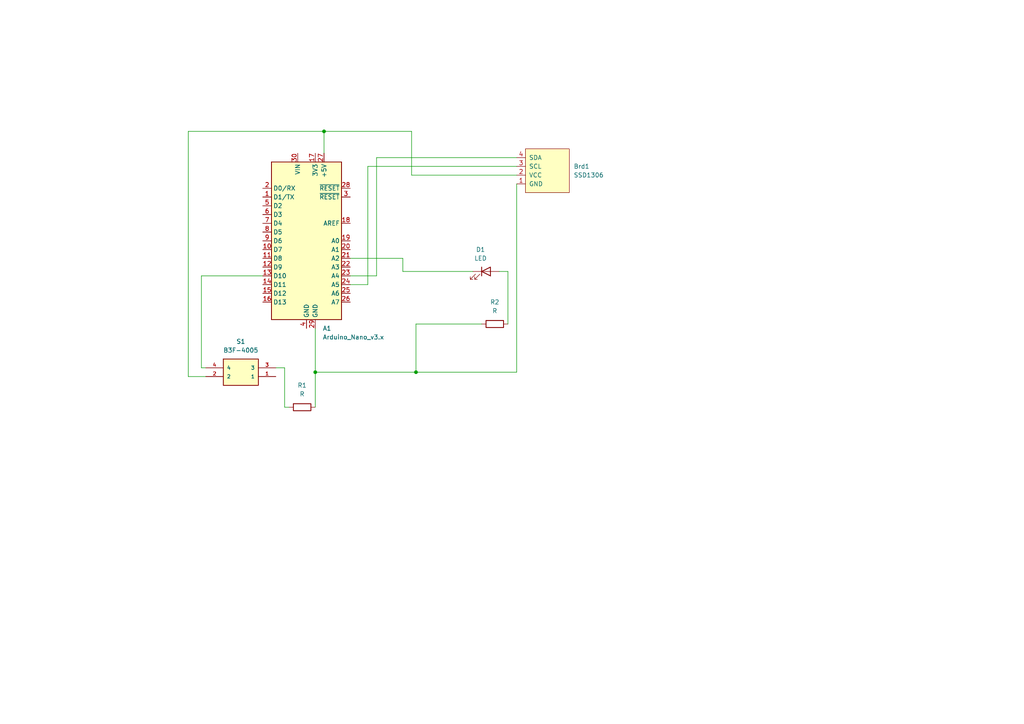
<source format=kicad_sch>
(kicad_sch (version 20250114) (generator "eeschema") (generator_version "9.0")
  (paper "A4")
  (lib_symbols
    (symbol "B3F-4005:B3F-4005" (pin_names (offset 1.016))
      (property "Reference" "S" (at 16.51 7.62 0))
      (property "Value" "B3F-4005" (at 16.51 5.08 0))
      (symbol "B3F-4005_0_0"
        (rectangle (start 5.08 -5.08) (end 15.24 2.54) (stroke (width 0.254)) (fill (type background)))
        (pin bidirectional line (at 0 0 0) (length 5.08) (name "4") (number "4"))
        (pin bidirectional line (at 0 -2.54 0) (length 5.08) (name "2") (number "2"))
        (pin bidirectional line (at 20.32 0 180) (length 5.08) (name "3") (number "3"))
        (pin bidirectional line (at 20.32 -2.54 180) (length 5.08) (name "1") (number "1"))
      )
    )
    (symbol "Device:LED" (pin_numbers (hide yes)) (pin_names (offset 1.016) (hide yes))
      (property "Reference" "D" (at 0 2.54 0))
      (property "Value" "LED" (at 0 -2.54 0))
      (symbol "LED_0_1"
        (polyline (pts (xy -3.048 -0.762) (xy -4.572 -2.286) (xy -3.81 -2.286) (xy -4.572 -2.286) (xy -4.572 -1.524)))
        (polyline (pts (xy -1.778 -0.762) (xy -3.302 -2.286) (xy -2.54 -2.286) (xy -3.302 -2.286) (xy -3.302 -1.524)))
        (polyline (pts (xy -1.27 0) (xy 1.27 0)))
        (polyline (pts (xy -1.27 -1.27) (xy -1.27 1.27)) (stroke (width 0.254)))
        (polyline (pts (xy 1.27 -1.27) (xy 1.27 1.27) (xy -1.27 0) (xy 1.27 -1.27)) (stroke (width 0.254)))
      )
      (symbol "LED_1_1"
        (pin passive line (at -3.81 0 0) (length 2.54) (name "K") (number "1"))
        (pin passive line (at 3.81 0 180) (length 2.54) (name "A") (number "2"))
      )
    )
    (symbol "Device:R" (pin_numbers (hide yes)) (pin_names (offset 0))
      (property "Reference" "R" (at 2.032 0 90))
      (property "Value" "R" (at 0 0 90))
      (symbol "R_0_1"
        (rectangle (start -1.016 -2.54) (end 1.016 2.54) (stroke (width 0.254)))
      )
      (symbol "R_1_1"
        (pin passive line (at 0 3.81 270) (length 1.27) (name "~") (number "1"))
        (pin passive line (at 0 -3.81 90) (length 1.27) (name "~") (number "2"))
      )
    )
    (symbol "MCU_Module:Arduino_Nano_v3.x"
      (property "Reference" "A" (at -10.16 23.495 0))
      (property "Value" "Arduino_Nano_v3.x" (at 5.08 -24.13 0))
      (symbol "Arduino_Nano_v3.x_0_1"
        (rectangle (start -10.16 22.86) (end 10.16 -22.86) (stroke (width 0.254)) (fill (type background)))
      )
      (symbol "Arduino_Nano_v3.x_1_1"
        (pin bidirectional line (at -12.7 15.24 0) (length 2.54) (name "D0/RX") (number "2"))
        (pin bidirectional line (at -12.7 12.7 0) (length 2.54) (name "D1/TX") (number "1"))
        (pin bidirectional line (at -12.7 10.16 0) (length 2.54) (name "D2") (number "5"))
        (pin bidirectional line (at -12.7 7.62 0) (length 2.54) (name "D3") (number "6"))
        (pin bidirectional line (at -12.7 5.08 0) (length 2.54) (name "D4") (number "7"))
        (pin bidirectional line (at -12.7 2.54 0) (length 2.54) (name "D5") (number "8"))
        (pin bidirectional line (at -12.7 0 0) (length 2.54) (name "D6") (number "9"))
        (pin bidirectional line (at -12.7 -2.54 0) (length 2.54) (name "D7") (number "10"))
        (pin bidirectional line (at -12.7 -5.08 0) (length 2.54) (name "D8") (number "11"))
        (pin bidirectional line (at -12.7 -7.62 0) (length 2.54) (name "D9") (number "12"))
        (pin bidirectional line (at -12.7 -10.16 0) (length 2.54) (name "D10") (number "13"))
        (pin bidirectional line (at -12.7 -12.7 0) (length 2.54) (name "D11") (number "14"))
        (pin bidirectional line (at -12.7 -15.24 0) (length 2.54) (name "D12") (number "15"))
        (pin bidirectional line (at -12.7 -17.78 0) (length 2.54) (name "D13") (number "16"))
        (pin power_in line (at -2.54 25.4 270) (length 2.54) (name "VIN") (number "30"))
        (pin power_in line (at 0 -25.4 90) (length 2.54) (name "GND") (number "4"))
        (pin power_out line (at 2.54 25.4 270) (length 2.54) (name "3V3") (number "17"))
        (pin power_in line (at 2.54 -25.4 90) (length 2.54) (name "GND") (number "29"))
        (pin power_out line (at 5.08 25.4 270) (length 2.54) (name "+5V") (number "27"))
        (pin input line (at 12.7 15.24 180) (length 2.54) (name "~{RESET}") (number "28"))
        (pin input line (at 12.7 12.7 180) (length 2.54) (name "~{RESET}") (number "3"))
        (pin input line (at 12.7 5.08 180) (length 2.54) (name "AREF") (number "18"))
        (pin bidirectional line (at 12.7 0 180) (length 2.54) (name "A0") (number "19"))
        (pin bidirectional line (at 12.7 -2.54 180) (length 2.54) (name "A1") (number "20"))
        (pin bidirectional line (at 12.7 -5.08 180) (length 2.54) (name "A2") (number "21"))
        (pin bidirectional line (at 12.7 -7.62 180) (length 2.54) (name "A3") (number "22"))
        (pin bidirectional line (at 12.7 -10.16 180) (length 2.54) (name "A4") (number "23"))
        (pin bidirectional line (at 12.7 -12.7 180) (length 2.54) (name "A5") (number "24"))
        (pin bidirectional line (at 12.7 -15.24 180) (length 2.54) (name "A6") (number "25"))
        (pin bidirectional line (at 12.7 -17.78 180) (length 2.54) (name "A7") (number "26"))
      )
    )
    (symbol "SSD1306-128x64_OLED:SSD1306" (pin_names (offset 1.016))
      (property "Reference" "Brd" (at 0 -3.81 0))
      (property "Value" "SSD1306" (at 0 -1.27 0))
      (symbol "SSD1306_0_1"
        (rectangle (start -6.35 6.35) (end 6.35 -6.35) (fill (type background)))
      )
      (symbol "SSD1306_1_1"
        (pin input line (at -3.81 8.89 270) (length 2.54) (name "GND") (number "1"))
        (pin input line (at -1.27 8.89 270) (length 2.54) (name "VCC") (number "2"))
        (pin input line (at 1.27 8.89 270) (length 2.54) (name "SCL") (number "3"))
        (pin input line (at 3.81 8.89 270) (length 2.54) (name "SDA") (number "4"))
      )
    )
  )
  (junction (at 93.98 38.1))
  (junction (at 120.65 107.95))
  (junction (at 91.44 107.95))
  (wire (pts (xy 116.84 78.74) (xy 116.84 74.93)))
  (wire (pts (xy 93.98 38.1) (xy 54.61 38.1)))
  (wire (pts (xy 91.44 107.95) (xy 91.44 118.11)))
  (wire (pts (xy 91.44 107.95) (xy 120.65 107.95)))
  (wire (pts (xy 137.16 78.74) (xy 116.84 78.74)))
  (wire (pts (xy 59.69 106.68) (xy 58.42 106.68)))
  (wire (pts (xy 54.61 38.1) (xy 54.61 109.22)))
  (wire (pts (xy 147.32 93.98) (xy 147.32 78.74)))
  (wire (pts (xy 106.68 82.55) (xy 101.6 82.55)))
  (wire (pts (xy 139.7 93.98) (xy 120.65 93.98)))
  (wire (pts (xy 109.22 80.01) (xy 101.6 80.01)))
  (wire (pts (xy 149.86 107.95) (xy 149.86 53.34)))
  (wire (pts (xy 149.86 45.72) (xy 109.22 45.72)))
  (wire (pts (xy 119.38 38.1) (xy 93.98 38.1)))
  (wire (pts (xy 109.22 45.72) (xy 109.22 80.01)))
  (wire (pts (xy 82.55 118.11) (xy 83.82 118.11)))
  (wire (pts (xy 93.98 44.45) (xy 93.98 38.1)))
  (wire (pts (xy 120.65 93.98) (xy 120.65 107.95)))
  (wire (pts (xy 119.38 50.8) (xy 119.38 38.1)))
  (wire (pts (xy 58.42 80.01) (xy 76.2 80.01)))
  (wire (pts (xy 58.42 106.68) (xy 58.42 80.01)))
  (wire (pts (xy 82.55 106.68) (xy 82.55 118.11)))
  (wire (pts (xy 116.84 74.93) (xy 101.6 74.93)))
  (wire (pts (xy 54.61 109.22) (xy 59.69 109.22)))
  (wire (pts (xy 119.38 50.8) (xy 149.86 50.8)))
  (wire (pts (xy 144.78 78.74) (xy 147.32 78.74)))
  (wire (pts (xy 91.44 95.25) (xy 91.44 107.95)))
  (wire (pts (xy 106.68 48.26) (xy 106.68 82.55)))
  (wire (pts (xy 80.01 106.68) (xy 82.55 106.68)))
  (wire (pts (xy 149.86 48.26) (xy 106.68 48.26)))
  (wire (pts (xy 120.65 107.95) (xy 149.86 107.95)))
  (symbol (lib_id "B3F-4005:B3F-4005") (at 59.69 106.68 0) (unit 1)
    (property "Reference" "S1" (at 69.85 99.06 0))
    (property "Value" "B3F-4005" (at 69.85 101.6 0))
    (property "Footprint" "B3F-4005:B3F-4055" (effects (hide yes)))
    (property "Manufacturer_Name" "Omron Electronics" (effects (hide yes)))
    (property "MF" "Omron Electronics" (effects (hide yes)))
    (property "Mouser_Price-Stock" "https://www.mouser.co.uk/ProductDetail/Omron-Electronics/B3F-4005?qs=B3tblJ0Nlt%2F4UotbOU6yJQ%3D%3D" (effects (hide yes)))
    (property "Description_1" "Tactile Switch SPST-NO Top Actuated Through Hole" (effects (hide yes)))
    (property "Mouser_Part_Number" "653-B3F-4005" (effects (hide yes)))
    (property "Price" "None" (effects (hide yes)))
    (property "Package" "None" (effects (hide yes)))
    (property "Check_prices" "https://www.snapeda.com/parts/B3F-4005/Omron/view-part/?ref=eda" (effects (hide yes)))
    (property "Height" "mm" (effects (hide yes)))
    (property "MP" "B3F-4005" (effects (hide yes)))
    (property "SnapEDA_Link" "https://www.snapeda.com/parts/B3F-4005/Omron/view-part/?ref=snap" (effects (hide yes)))
    (property "Arrow_Price-Stock" "https://www.arrow.com/en/products/b3f4005/omron?region=nac" (effects (hide yes)))
    (property "Arrow_Part_Number" "B3F-4005" (effects (hide yes)))
    (property "Availability" "In Stock" (effects (hide yes)))
    (property "Manufacturer_Part_Number" "B3F-4005" (effects (hide yes)))
  )
  (symbol (lib_id "Device:R") (at 87.63 118.11 90) (unit 1)
    (property "Reference" "R1" (at 87.63 111.76 90))
    (property "Value" "R" (at 87.63 114.3 90))
    (property "Footprint" "Module:Resistor Universal Thruhole" (effects (hide yes)))
    (property "Description" "Resistor" (effects (hide yes)))
  )
  (symbol (lib_id "SSD1306-128x64_OLED:SSD1306") (at 158.75 49.53 90) (unit 1)
    (property "Reference" "Brd1" (at 166.37 48.2599 90) (effects (justify right)))
    (property "Value" "SSD1306" (at 166.37 50.7999 90) (effects (justify right)))
    (property "Footprint" "SSD1306:128x64OLED" (effects (hide yes)))
    (property "Description" "SSD1306 OLED" (effects (hide yes)))
  )
  (symbol (lib_id "MCU_Module:Arduino_Nano_v3.x") (at 88.9 69.85 0) (unit 1)
    (property "Reference" "A1" (at 93.5833 95.25 0) (effects (justify left)))
    (property "Value" "Arduino_Nano_v3.x" (at 93.5833 97.79 0) (effects (justify left)))
    (property "Footprint" "Module:Arduino_Nano" (effects (hide yes)))
    (property "Datasheet" "http://www.mouser.com/pdfdocs/Gravitech_Arduino_Nano3_0.pdf" (effects (hide yes)))
    (property "Description" "Arduino Nano v3.x" (effects (hide yes)))
  )
  (symbol (lib_id "Device:R") (at 143.51 93.98 90) (unit 1)
    (property "Reference" "R2" (at 143.51 87.63 90))
    (property "Value" "R" (at 143.51 90.17 90))
    (property "Footprint" "Module:Resistor Universal Thruhole" (effects (hide yes)))
    (property "Description" "Resistor" (effects (hide yes)))
  )
  (symbol (lib_id "Device:LED") (at 140.97 78.74 0) (unit 1)
    (property "Reference" "D1" (at 139.3825 72.39 0))
    (property "Value" "LED" (at 139.3825 74.93 0))
    (property "Footprint" "Module:LED Universal Thruhole" (effects (hide yes)))
    (property "Description" "Light emitting diode" (effects (hide yes)))
    (property "Sim.Pins" "1=K 2=A" (effects (hide yes)))
  )
)
</source>
